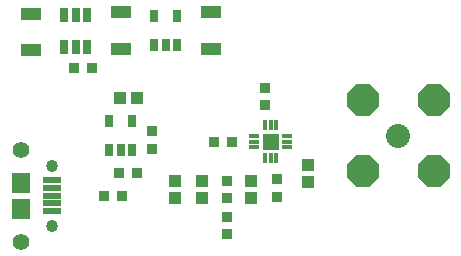
<source format=gts>
G04 EAGLE Gerber RS-274X export*
G75*
%MOMM*%
%FSLAX34Y34*%
%LPD*%
%INSoldermask Top*%
%IPPOS*%
%AMOC8*
5,1,8,0,0,1.08239X$1,22.5*%
G01*
%ADD10R,0.827000X0.377000*%
%ADD11R,0.377000X0.827000*%
%ADD12R,1.397000X1.397000*%
%ADD13R,1.077000X1.077000*%
%ADD14R,0.927000X0.927000*%
%ADD15R,0.727000X1.127000*%
%ADD16C,2.032000*%
%ADD17P,2.886734X8X202.500000*%
%ADD18R,0.727000X1.227000*%
%ADD19R,1.727000X1.027000*%
%ADD20R,1.577000X0.527000*%
%ADD21C,1.027000*%
%ADD22C,1.397000*%
%ADD23R,1.627000X1.677000*%


D10*
X214600Y109220D03*
X214600Y104220D03*
X214600Y114220D03*
X242600Y109220D03*
X242600Y104220D03*
X242600Y114220D03*
D11*
X228600Y123220D03*
X233600Y123220D03*
X223600Y123220D03*
X228600Y95220D03*
X233600Y95220D03*
X223600Y95220D03*
D12*
X228600Y109220D03*
D13*
X212090Y75830D03*
X212090Y61330D03*
D14*
X233680Y62350D03*
X233680Y77350D03*
X223520Y154820D03*
X223520Y139820D03*
X180580Y109220D03*
X195580Y109220D03*
X191770Y30600D03*
X191770Y45600D03*
D13*
X260350Y89800D03*
X260350Y75300D03*
D15*
X92100Y102300D03*
X101600Y102300D03*
X111100Y102300D03*
X111100Y126300D03*
X92100Y126300D03*
D14*
X115450Y82550D03*
X100450Y82550D03*
D13*
X100700Y146050D03*
X115200Y146050D03*
X170180Y61330D03*
X170180Y75830D03*
X147320Y75830D03*
X147320Y61330D03*
D14*
X191770Y76080D03*
X191770Y61080D03*
D16*
X336550Y114300D03*
D17*
X366550Y84300D03*
X306550Y84300D03*
X306550Y144300D03*
X366550Y144300D03*
D18*
X73000Y216700D03*
X63500Y216700D03*
X54000Y216700D03*
X54000Y189700D03*
X63500Y189700D03*
X73000Y189700D03*
D19*
X25400Y217430D03*
X25400Y186430D03*
X101600Y187700D03*
X101600Y218700D03*
D14*
X77350Y171450D03*
X62350Y171450D03*
D15*
X130200Y191200D03*
X139700Y191200D03*
X149200Y191200D03*
X149200Y215200D03*
X130200Y215200D03*
D19*
X177800Y218700D03*
X177800Y187700D03*
D14*
X128270Y117990D03*
X128270Y102990D03*
X87750Y63500D03*
X102750Y63500D03*
D20*
X43800Y63500D03*
X43800Y70000D03*
X43800Y76500D03*
X43800Y57000D03*
X43800Y50500D03*
D21*
X43950Y88900D03*
X43950Y38100D03*
D22*
X16950Y24500D03*
D23*
X16950Y74500D03*
X16950Y52500D03*
D22*
X16950Y102500D03*
M02*

</source>
